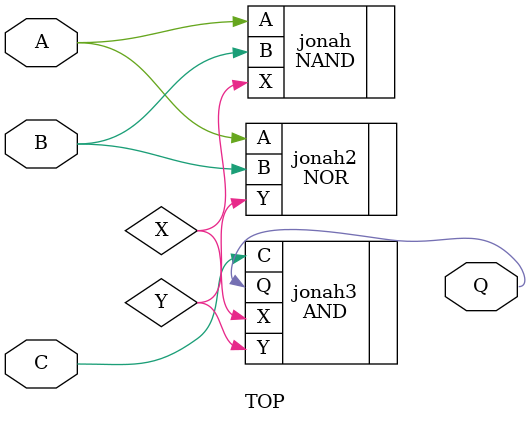
<source format=v>
`timescale 1ns / 1ps

module TOP(A,B,C,Q);

input A, B, C;

wire X, Y;

output Q;

NAND jonah(

.A(A), .B(B), .X(X)
);

NOR jonah2 (

.A(A), .B(B), .Y(Y)
);

AND jonah3 (

.X(X), .Y(Y), .C(C), .Q(Q)
);




endmodule

</source>
